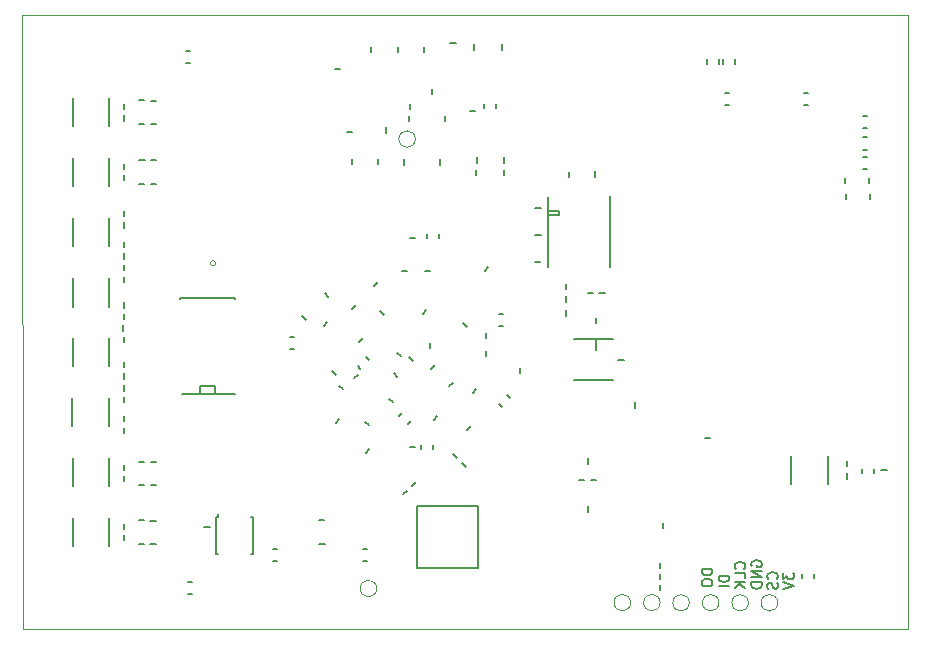
<source format=gbo>
G04 #@! TF.GenerationSoftware,KiCad,Pcbnew,(5.1.5)-3*
G04 #@! TF.CreationDate,2020-11-02T01:39:04+01:00*
G04 #@! TF.ProjectId,LogAn,4c6f6741-6e2e-46b6-9963-61645f706362,rev?*
G04 #@! TF.SameCoordinates,Original*
G04 #@! TF.FileFunction,Legend,Bot*
G04 #@! TF.FilePolarity,Positive*
%FSLAX46Y46*%
G04 Gerber Fmt 4.6, Leading zero omitted, Abs format (unit mm)*
G04 Created by KiCad (PCBNEW (5.1.5)-3) date 2020-11-02 01:39:04*
%MOMM*%
%LPD*%
G04 APERTURE LIST*
%ADD10C,0.200000*%
%ADD11C,0.120000*%
%ADD12C,0.050000*%
%ADD13C,0.160000*%
%ADD14C,0.150000*%
G04 APERTURE END LIST*
D10*
X124196582Y-85751917D02*
X123296582Y-85751917D01*
X123296582Y-85966202D01*
X123339440Y-86094774D01*
X123425154Y-86180488D01*
X123510868Y-86223345D01*
X123682297Y-86266202D01*
X123810868Y-86266202D01*
X123982297Y-86223345D01*
X124068011Y-86180488D01*
X124153725Y-86094774D01*
X124196582Y-85966202D01*
X124196582Y-85751917D01*
X123296582Y-86823345D02*
X123296582Y-86994774D01*
X123339440Y-87080488D01*
X123425154Y-87166202D01*
X123596582Y-87209060D01*
X123896582Y-87209060D01*
X124068011Y-87166202D01*
X124153725Y-87080488D01*
X124196582Y-86994774D01*
X124196582Y-86823345D01*
X124153725Y-86737631D01*
X124068011Y-86651917D01*
X123896582Y-86609060D01*
X123596582Y-86609060D01*
X123425154Y-86651917D01*
X123339440Y-86737631D01*
X123296582Y-86823345D01*
X125611362Y-86301160D02*
X124711362Y-86301160D01*
X124711362Y-86515445D01*
X124754220Y-86644017D01*
X124839934Y-86729731D01*
X124925648Y-86772588D01*
X125097077Y-86815445D01*
X125225648Y-86815445D01*
X125397077Y-86772588D01*
X125482791Y-86729731D01*
X125568505Y-86644017D01*
X125611362Y-86515445D01*
X125611362Y-86301160D01*
X125611362Y-87201160D02*
X124711362Y-87201160D01*
X126892168Y-85727765D02*
X126935025Y-85684908D01*
X126977882Y-85556337D01*
X126977882Y-85470622D01*
X126935025Y-85342051D01*
X126849311Y-85256337D01*
X126763597Y-85213480D01*
X126592168Y-85170622D01*
X126463597Y-85170622D01*
X126292168Y-85213480D01*
X126206454Y-85256337D01*
X126120740Y-85342051D01*
X126077882Y-85470622D01*
X126077882Y-85556337D01*
X126120740Y-85684908D01*
X126163597Y-85727765D01*
X126977882Y-86542051D02*
X126977882Y-86113480D01*
X126077882Y-86113480D01*
X126977882Y-86842051D02*
X126077882Y-86842051D01*
X126977882Y-87356337D02*
X126463597Y-86970622D01*
X126077882Y-87356337D02*
X126592168Y-86842051D01*
X127507580Y-85511725D02*
X127464722Y-85426011D01*
X127464722Y-85297440D01*
X127507580Y-85168868D01*
X127593294Y-85083154D01*
X127679008Y-85040297D01*
X127850437Y-84997440D01*
X127979008Y-84997440D01*
X128150437Y-85040297D01*
X128236151Y-85083154D01*
X128321865Y-85168868D01*
X128364722Y-85297440D01*
X128364722Y-85383154D01*
X128321865Y-85511725D01*
X128279008Y-85554582D01*
X127979008Y-85554582D01*
X127979008Y-85383154D01*
X128364722Y-85940297D02*
X127464722Y-85940297D01*
X128364722Y-86454582D01*
X127464722Y-86454582D01*
X128364722Y-86883154D02*
X127464722Y-86883154D01*
X127464722Y-87097440D01*
X127507580Y-87226011D01*
X127593294Y-87311725D01*
X127679008Y-87354582D01*
X127850437Y-87397440D01*
X127979008Y-87397440D01*
X128150437Y-87354582D01*
X128236151Y-87311725D01*
X128321865Y-87226011D01*
X128364722Y-87097440D01*
X128364722Y-86883154D01*
X129632828Y-86555440D02*
X129675685Y-86512582D01*
X129718542Y-86384011D01*
X129718542Y-86298297D01*
X129675685Y-86169725D01*
X129589971Y-86084011D01*
X129504257Y-86041154D01*
X129332828Y-85998297D01*
X129204257Y-85998297D01*
X129032828Y-86041154D01*
X128947114Y-86084011D01*
X128861400Y-86169725D01*
X128818542Y-86298297D01*
X128818542Y-86384011D01*
X128861400Y-86512582D01*
X128904257Y-86555440D01*
X129675685Y-86898297D02*
X129718542Y-87026868D01*
X129718542Y-87241154D01*
X129675685Y-87326868D01*
X129632828Y-87369725D01*
X129547114Y-87412582D01*
X129461400Y-87412582D01*
X129375685Y-87369725D01*
X129332828Y-87326868D01*
X129289971Y-87241154D01*
X129247114Y-87069725D01*
X129204257Y-86984011D01*
X129161400Y-86941154D01*
X129075685Y-86898297D01*
X128989971Y-86898297D01*
X128904257Y-86941154D01*
X128861400Y-86984011D01*
X128818542Y-87069725D01*
X128818542Y-87284011D01*
X128861400Y-87412582D01*
X130159662Y-86062905D02*
X130159662Y-86620048D01*
X130502520Y-86320048D01*
X130502520Y-86448620D01*
X130545377Y-86534334D01*
X130588234Y-86577191D01*
X130673948Y-86620048D01*
X130888234Y-86620048D01*
X130973948Y-86577191D01*
X131016805Y-86534334D01*
X131059662Y-86448620D01*
X131059662Y-86191477D01*
X131016805Y-86105762D01*
X130973948Y-86062905D01*
X130159662Y-86877191D02*
X131059662Y-87177191D01*
X130159662Y-87477191D01*
D11*
X82126999Y-59847480D02*
G75*
G03X82126999Y-59847480I-222159J0D01*
G01*
D12*
X140710920Y-90850720D02*
X65778380Y-90850720D01*
X140716000Y-38854380D02*
X140710920Y-90850720D01*
X65773300Y-38858340D02*
X140716000Y-38854380D01*
X65778380Y-90850720D02*
X65773300Y-38858340D01*
D11*
X127237720Y-88602820D02*
G75*
G03X127237720Y-88602820I-700000J0D01*
G01*
X122236460Y-88602820D02*
G75*
G03X122236460Y-88602820I-700000J0D01*
G01*
X119765040Y-88590120D02*
G75*
G03X119765040Y-88590120I-700000J0D01*
G01*
X117263140Y-88582500D02*
G75*
G03X117263140Y-88582500I-700000J0D01*
G01*
X124740900Y-88600280D02*
G75*
G03X124740900Y-88600280I-700000J0D01*
G01*
X129721840Y-88600280D02*
G75*
G03X129721840Y-88600280I-700000J0D01*
G01*
D13*
X123739180Y-42946167D02*
X123739180Y-42603633D01*
X124759180Y-42946167D02*
X124759180Y-42603633D01*
D11*
X95764580Y-87393780D02*
G75*
G03X95764580Y-87393780I-700000J0D01*
G01*
X99041180Y-49344580D02*
G75*
G03X99041180Y-49344580I-700000J0D01*
G01*
D13*
X131806220Y-86531267D02*
X131806220Y-86188733D01*
X132826220Y-86531267D02*
X132826220Y-86188733D01*
X79752373Y-86822820D02*
X80094907Y-86822820D01*
X79752373Y-87842820D02*
X80094907Y-87842820D01*
X136945553Y-47422340D02*
X137288087Y-47422340D01*
X136945553Y-48442340D02*
X137288087Y-48442340D01*
X79610133Y-41892760D02*
X79952667Y-41892760D01*
X79610133Y-42912760D02*
X79952667Y-42912760D01*
X82095100Y-70267640D02*
X82095100Y-70892640D01*
X80770100Y-70267640D02*
X82095100Y-70267640D01*
X80770100Y-70917640D02*
X80770100Y-70267640D01*
D14*
X79120100Y-62817640D02*
X83770100Y-62817640D01*
X79245100Y-70917640D02*
X83770100Y-70917640D01*
X79120100Y-62817640D02*
X79120100Y-62842640D01*
X83770100Y-62817640D02*
X83770100Y-62842640D01*
D13*
X99137560Y-85660540D02*
X104362560Y-85660540D01*
X104362560Y-85660540D02*
X104362560Y-80435540D01*
X104362560Y-80435540D02*
X99137560Y-80435540D01*
X99137560Y-80435540D02*
X99137560Y-85660540D01*
X98345339Y-79114301D02*
X98027141Y-79432499D01*
X99056539Y-78415801D02*
X98738341Y-78733999D01*
X91352580Y-83643960D02*
X90902580Y-83643960D01*
X90894960Y-81605120D02*
X91344960Y-81605120D01*
X82163480Y-84501160D02*
X82313480Y-84501160D01*
X82163480Y-81381160D02*
X82313480Y-81381160D01*
X85283480Y-81381160D02*
X85133480Y-81381160D01*
X82163480Y-81381160D02*
X82163480Y-84501160D01*
X85283480Y-81381160D02*
X85283480Y-84501160D01*
X85283480Y-84501160D02*
X85133480Y-84501160D01*
X82313480Y-81381160D02*
X82313480Y-81121160D01*
X81174380Y-82176620D02*
X81624380Y-82176620D01*
X87001533Y-84018660D02*
X87344067Y-84018660D01*
X87001533Y-85038660D02*
X87344067Y-85038660D01*
X94953907Y-85033580D02*
X94611373Y-85033580D01*
X94953907Y-84013580D02*
X94611373Y-84013580D01*
X91365112Y-62380390D02*
X91683310Y-62698588D01*
X89449561Y-64361981D02*
X89767759Y-64680179D01*
X74345800Y-56849220D02*
X74345800Y-56399220D01*
X74350880Y-58474820D02*
X74350880Y-58024820D01*
X74330560Y-61454240D02*
X74330560Y-61004240D01*
X74338180Y-63615780D02*
X74338180Y-63165780D01*
X74330560Y-66519000D02*
X74330560Y-66069000D01*
X76092260Y-76649580D02*
X75642260Y-76649580D01*
X75637180Y-78638400D02*
X76087180Y-78638400D01*
X74362800Y-68639900D02*
X74362800Y-68189900D01*
X74361040Y-71621860D02*
X74361040Y-71171860D01*
X76077020Y-81633060D02*
X75627020Y-81633060D01*
X75632100Y-83642980D02*
X76082100Y-83642980D01*
X74355960Y-73252540D02*
X74355960Y-72802540D01*
X76087180Y-46071300D02*
X75637180Y-46071300D01*
X75627020Y-48074580D02*
X76077020Y-48074580D01*
X76625240Y-46082440D02*
X77075240Y-46082440D01*
X77077780Y-48087280D02*
X76627780Y-48087280D01*
X76110040Y-51145440D02*
X75660040Y-51145440D01*
X75654960Y-53149500D02*
X76104960Y-53149500D01*
X76658260Y-51137040D02*
X77108260Y-51137040D01*
X77100640Y-53152040D02*
X76650640Y-53152040D01*
X76637940Y-76654660D02*
X77087940Y-76654660D01*
X77085400Y-78643480D02*
X76635400Y-78643480D01*
X92291430Y-73374208D02*
X92609628Y-73056010D01*
X76615080Y-81640680D02*
X77065080Y-81640680D01*
X77065080Y-83639660D02*
X76615080Y-83639660D01*
X94829281Y-75912059D02*
X95147479Y-75593861D01*
X74361040Y-46836540D02*
X74361040Y-46386540D01*
X74350880Y-47771260D02*
X74350880Y-47321260D01*
X74373740Y-51901300D02*
X74373740Y-51451300D01*
X74373740Y-52830940D02*
X74373740Y-52380940D01*
X74348340Y-55851000D02*
X74348340Y-55401000D01*
X74343260Y-59473040D02*
X74343260Y-59023040D01*
X74338180Y-60463640D02*
X74338180Y-60013640D01*
X74340720Y-64614000D02*
X74340720Y-64164000D01*
X74322940Y-65571580D02*
X74322940Y-65121580D01*
X74353420Y-69638120D02*
X74353420Y-69188120D01*
X74350100Y-70631260D02*
X74350100Y-70181260D01*
X74366120Y-74250760D02*
X74366120Y-73800760D01*
X74362800Y-77385120D02*
X74362800Y-76935120D01*
X74362800Y-78319840D02*
X74362800Y-77869840D01*
X74333100Y-82394000D02*
X74333100Y-81944000D01*
X74335640Y-83326180D02*
X74335640Y-82876180D01*
X70019580Y-63531600D02*
X70019580Y-61131600D01*
X73119580Y-61131600D02*
X73119580Y-63531600D01*
X70037360Y-68593820D02*
X70037360Y-66193820D01*
X73137360Y-66193820D02*
X73137360Y-68593820D01*
X70014500Y-58426200D02*
X70014500Y-56026200D01*
X73114500Y-56026200D02*
X73114500Y-58426200D01*
X70009420Y-73676360D02*
X70009420Y-71276360D01*
X73109420Y-71276360D02*
X73109420Y-73676360D01*
X70017400Y-53340540D02*
X70017400Y-50940540D01*
X73117400Y-50940540D02*
X73117400Y-53340540D01*
X70024660Y-78753820D02*
X70024660Y-76353820D01*
X73124660Y-76353820D02*
X73124660Y-78753820D01*
X70022120Y-48250960D02*
X70022120Y-45850960D01*
X73122120Y-45850960D02*
X73122120Y-48250960D01*
X70017040Y-83798260D02*
X70017040Y-81398260D01*
X73117040Y-81398260D02*
X73117040Y-83798260D01*
X135557260Y-77646320D02*
X135557260Y-78096320D01*
X135549640Y-76597300D02*
X135549640Y-77047300D01*
X133934800Y-76143000D02*
X133934800Y-78543000D01*
X130834800Y-78543000D02*
X130834800Y-76143000D01*
X114356960Y-66273740D02*
X114356960Y-67173740D01*
X112481960Y-69773740D02*
X115756960Y-69773740D01*
X112481960Y-66273740D02*
X115756960Y-66273740D01*
X100379181Y-68782279D02*
X100697379Y-68464081D01*
X106519980Y-51946600D02*
X106519980Y-52396600D01*
X106377740Y-41764160D02*
X106377740Y-41314160D01*
X98038920Y-51052520D02*
X98038920Y-51502520D01*
X104005380Y-41761620D02*
X104005380Y-41311620D01*
X95267780Y-41962280D02*
X95267780Y-41512280D01*
X104226360Y-51332340D02*
X104226360Y-50882340D01*
X106509820Y-51339960D02*
X106509820Y-50889960D01*
X99783900Y-41512280D02*
X99783900Y-41962280D01*
X101140260Y-51510140D02*
X101140260Y-51060140D01*
X92645440Y-43390820D02*
X92195440Y-43390820D01*
X97543620Y-41959740D02*
X97543620Y-41509740D01*
X93667580Y-51039820D02*
X93667580Y-51489820D01*
X96588580Y-48337260D02*
X96588580Y-48787260D01*
X95849440Y-51489820D02*
X95849440Y-51039820D01*
X93661440Y-48701960D02*
X93211440Y-48701960D01*
X116221300Y-68049140D02*
X116671300Y-68049140D01*
X114372600Y-78171040D02*
X113922600Y-78171040D01*
X112906600Y-78183740D02*
X113356600Y-78183740D01*
X113644680Y-76836480D02*
X113644680Y-76386480D01*
X119781320Y-86157860D02*
X119781320Y-86607860D01*
X119788940Y-87090040D02*
X119788940Y-87540040D01*
X119771160Y-85655360D02*
X119771160Y-85205360D01*
X113634520Y-80435240D02*
X113634520Y-80885240D01*
X102449840Y-41244520D02*
X101999840Y-41244520D01*
X104155240Y-51946600D02*
X104155240Y-52396600D01*
X101528880Y-47361900D02*
X101528880Y-47811900D01*
X98554540Y-46795900D02*
X98554540Y-46345900D01*
X100457000Y-45096220D02*
X100457000Y-45546220D01*
X137467340Y-52650180D02*
X137467340Y-53100180D01*
X135432800Y-52650180D02*
X135432800Y-53100180D01*
X137523220Y-53998920D02*
X137523220Y-54448920D01*
X135463280Y-53986220D02*
X135463280Y-54436220D01*
X114343180Y-64466260D02*
X114343180Y-64916260D01*
X114211100Y-52536300D02*
X114211100Y-52086300D01*
X111780320Y-61618920D02*
X111780320Y-62068920D01*
X109200740Y-57424320D02*
X109650740Y-57424320D01*
X111787940Y-62650160D02*
X111787940Y-63100160D01*
X113643200Y-62344300D02*
X114093200Y-62344300D01*
X112082580Y-52093920D02*
X112082580Y-52543920D01*
X109205820Y-55158640D02*
X109655820Y-55158640D01*
X114605860Y-62349380D02*
X115055860Y-62349380D01*
X111772700Y-63838880D02*
X111772700Y-64288880D01*
X93976539Y-63409481D02*
X93658341Y-63727679D01*
D10*
X111180140Y-55775400D02*
X110305140Y-55775400D01*
X111180140Y-55400400D02*
X111180140Y-55775400D01*
X110305140Y-55400400D02*
X111180140Y-55400400D01*
X115490140Y-54175400D02*
X115490140Y-60175400D01*
X110270140Y-54250400D02*
X110270140Y-60175400D01*
D13*
X97512219Y-69445219D02*
X97194021Y-69127021D01*
X98517361Y-67798601D02*
X98835559Y-68116799D01*
X117675660Y-72079060D02*
X117675660Y-71629060D01*
X123559360Y-74691240D02*
X124009360Y-74691240D01*
X119966740Y-81806840D02*
X119966740Y-82256840D01*
X98541840Y-47811900D02*
X98541840Y-47361900D01*
X103633060Y-46956980D02*
X104083060Y-46956980D01*
X105856500Y-46379313D02*
X105856500Y-46721847D01*
X104836500Y-46379313D02*
X104836500Y-46721847D01*
X125072680Y-42947407D02*
X125072680Y-42604873D01*
X126092680Y-42947407D02*
X126092680Y-42604873D01*
X137267767Y-51886580D02*
X136925233Y-51886580D01*
X137267767Y-50866580D02*
X136925233Y-50866580D01*
X137260147Y-50225420D02*
X136917613Y-50225420D01*
X137260147Y-49205420D02*
X136917613Y-49205420D01*
X131976073Y-45436060D02*
X132318607Y-45436060D01*
X131976073Y-46456060D02*
X132318607Y-46456060D01*
X125634567Y-46463680D02*
X125292033Y-46463680D01*
X125634567Y-45443680D02*
X125292033Y-45443680D01*
X109632960Y-59712860D02*
X109182960Y-59712860D01*
X88730907Y-67118960D02*
X88388373Y-67118960D01*
X88730907Y-66098960D02*
X88388373Y-66098960D01*
X101058440Y-57413073D02*
X101058440Y-57755607D01*
X100038440Y-57413073D02*
X100038440Y-57755607D01*
X94816581Y-73269761D02*
X95134779Y-73587959D01*
X95871379Y-61458761D02*
X95553181Y-61776959D01*
X99660361Y-64121379D02*
X99978559Y-63803181D01*
X91270741Y-65167859D02*
X91588939Y-64849661D01*
X97905360Y-60492640D02*
X98355360Y-60492640D01*
X96379379Y-64253459D02*
X96061181Y-63935261D01*
X92020041Y-68974621D02*
X92338239Y-69292819D01*
X103377079Y-65223739D02*
X103058881Y-64905541D01*
X96787621Y-71319041D02*
X97105819Y-71637239D01*
X92924979Y-70527259D02*
X92606781Y-70209061D01*
X105223659Y-60155741D02*
X104905461Y-60473939D01*
X100295920Y-60495180D02*
X99845920Y-60495180D01*
X94187359Y-69294661D02*
X93869161Y-69612859D01*
X103881841Y-70839679D02*
X104200039Y-70521481D01*
X98573380Y-57716420D02*
X99023380Y-57716420D01*
X101882861Y-70280879D02*
X102201059Y-69962681D01*
X106346500Y-72000509D02*
X106104291Y-71758300D01*
X107067749Y-71279260D02*
X106825540Y-71037051D01*
X94621699Y-66195861D02*
X94303501Y-66514059D01*
X99489800Y-75563547D02*
X99489800Y-75221013D01*
X100509800Y-75563547D02*
X100509800Y-75221013D01*
X103303419Y-77088079D02*
X102985221Y-76769881D01*
X98629869Y-73231500D02*
X98387660Y-73473709D01*
X97908620Y-72510251D02*
X97666411Y-72752460D01*
X102587139Y-76361639D02*
X102268941Y-76043441D01*
X107924600Y-68697900D02*
X107924600Y-69147900D01*
X94388180Y-68795029D02*
X94145971Y-68552820D01*
X95109429Y-68073780D02*
X94867220Y-67831571D01*
X103422101Y-73943559D02*
X103740299Y-73625361D01*
X104980740Y-66196420D02*
X104980740Y-65746420D01*
X98598780Y-75422760D02*
X99048780Y-75422760D01*
X105056940Y-67720420D02*
X105056940Y-67270420D01*
X100587461Y-73148539D02*
X100905659Y-72830341D01*
X106150593Y-64133000D02*
X106493127Y-64133000D01*
X106150593Y-65153000D02*
X106493127Y-65153000D01*
X97473421Y-67417601D02*
X97791619Y-67735799D01*
X100263960Y-66577000D02*
X100263960Y-67027000D01*
X136888760Y-77615867D02*
X136888760Y-77273333D01*
X137908760Y-77615867D02*
X137908760Y-77273333D01*
X138947100Y-77378560D02*
X138497100Y-77378560D01*
M02*

</source>
